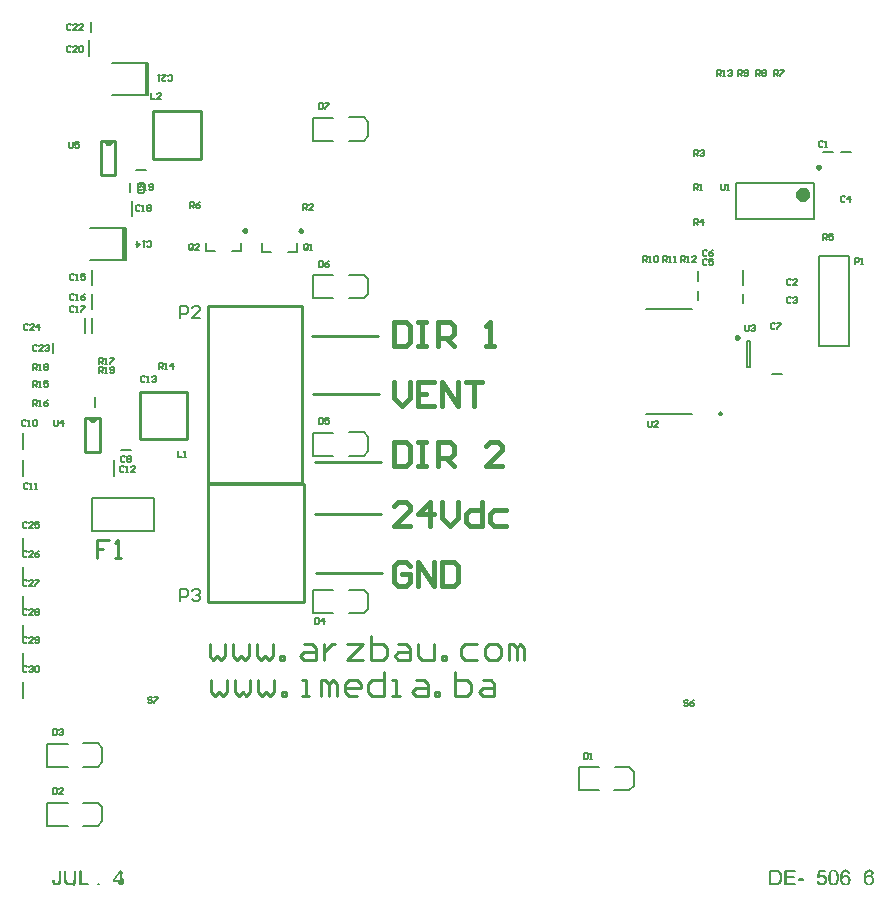
<source format=gto>
%FSDAX24Y24*%
%MOIN*%
%SFA1B1*%

%IPPOS*%
%ADD26C,0.010000*%
%ADD83C,0.009800*%
%ADD84C,0.023600*%
%ADD85C,0.007900*%
%ADD86C,0.005000*%
%ADD87C,0.015000*%
%LNde-250624-1*%
%LPD*%
G54D86*
X037016Y010864D02*
X036818D01*
X036799Y010692*
X036817Y010672*
X036828Y010683*
X036829Y010683*
X036832Y010686*
X036836Y010687*
X036842Y010691*
X036851Y010695*
X036863Y010700*
X036878Y010705*
X036893Y010708*
X036900Y010710*
X036914*
X036914Y010709*
X036919Y010708*
X036927Y010707*
X036933Y010706*
X036939Y010704*
X036955Y010700*
X036962Y010697*
X036971Y010692*
X036979Y010688*
X036987Y010683*
X036993Y010678*
X037002Y010670*
X037002Y010670*
X037003Y010669*
X037003Y010669*
X037009Y010661*
X037013Y010656*
X037016Y010650*
X037019Y010645*
X037023Y010638*
X037027Y010629*
X037030Y010620*
X037034Y010611*
X037036Y010602*
X037038Y010592*
X037039Y010581*
X037040Y010569*
X037040Y010570*
Y010568*
Y010564*
X037039Y010561*
X037039Y010556*
X037038Y010552*
X037036Y010543*
X037035Y010534*
X037032Y010519*
X037024Y010501*
X037021Y010493*
X037016Y010484*
X037011Y010475*
X037018Y010476*
X037007Y010475*
X037002Y010464*
X037002Y010464*
X036999Y010461*
X036994Y010457*
X036988Y010452*
X036983Y010448*
X036975Y010442*
X036968Y010437*
X036959Y010433*
X036949Y010428*
X036939Y010424*
X036929Y010421*
X036917Y010418*
X036905Y010416*
X036891Y010416*
X036885Y010416*
X036877Y010418*
X036869*
X036864Y010418*
X036858Y010420*
X036841Y010424*
X036825Y010430*
X036817Y010434*
X036810Y010438*
X036801Y010443*
X036802Y010436*
X036801Y010446*
X036797Y010448*
X036797Y010450*
X036786Y010456*
X036786Y010457*
X036782Y010463*
X036778Y010470*
X036774Y010475*
X036771Y010481*
X036764Y010498*
X036758Y010515*
X036756Y010524*
X036759Y010509*
X036764Y010523*
X036770Y010536*
X036771Y010529*
X036768Y010538*
X036772Y010522*
X036774Y010514*
X036778Y010502*
X036782Y010489*
X036790Y010474*
X036799Y010460*
X036812Y010445*
X036815Y010444*
X036816Y010443*
X036824Y010436*
X036835Y010431*
X036845Y010426*
X036858Y010422*
X036874Y010418*
X036891Y010417*
X036901*
X036905Y010418*
X036912Y010419*
X036925Y010422*
X036939Y010426*
X036955Y010434*
X036971Y010445*
X036978Y010451*
X036985Y010458*
X036977Y010455*
X036989Y010460*
X036993Y010467*
X036993Y010468*
X036999Y010476*
X037006Y010488*
X037012Y010503*
X037018Y010521*
X037022Y010541*
X037024Y010553*
Y010565*
Y010566*
Y010568*
Y010571*
Y010574*
Y010581*
X037022Y010588*
X037020Y010600*
X037015Y010616*
X037009Y010633*
X037001Y010649*
X036986Y010668*
X036982Y010670*
X036980Y010672*
X036972Y010679*
X036961Y010686*
X036947Y010693*
X036930Y010699*
X036913Y010702*
X036902Y010705*
X036883*
X036876Y010703*
X036868Y010702*
X036858Y010700*
X036848Y010697*
X036836Y010693*
X036822Y010686*
X036822Y010686*
X036819Y010685*
X036814Y010680*
X036809Y010678*
X036799Y010669*
X036792Y010661*
X036784Y010652*
X036787Y010656*
X036770Y010659*
X036810Y010873*
X037016*
Y010864*
X036780Y010470D02*
Y010480D01*
Y010670D02*
Y010710D01*
X036830Y010440D02*
Y010430D01*
Y010870D02*
D01*
X036880Y010710D02*
Y010700D01*
Y010870D02*
D01*
X036930Y010430D02*
Y010420D01*
Y010710D02*
Y010700D01*
Y010870D02*
D01*
X036980Y010460D02*
Y010450D01*
Y010680D02*
D01*
Y010870D02*
D01*
X037030Y010540D02*
Y010600D01*
X037701Y010881D02*
X037704Y010881D01*
X037710Y010880*
X037722Y010877*
X037737Y010874*
X037749Y010870*
X037763Y010862*
X037769Y010858*
X037774Y010854*
X037783Y010850*
X037775Y010853*
X037775Y010853*
X037780Y010848*
X037782Y010846*
X037783Y010845*
X037791Y010834*
X037797Y010824*
X037803Y010811*
X037808Y010795*
X037806Y010803*
X037803Y010789*
X037802Y010785*
X037797Y010790*
X037798Y010788*
X037795Y010796*
X037792Y010805*
X037789Y010814*
X037784Y010825*
X037777Y010835*
X037768Y010848*
X037764Y010850*
X037763Y010851*
X037757Y010856*
X037748Y010863*
X037736Y010869*
X037722Y010874*
X037707Y010878*
X037691Y010881*
X037682*
X037673Y010879*
X037665Y010877*
X037657Y010875*
X037647Y010871*
X037634Y010867*
X037621Y010858*
X037614Y010853*
X037608Y010846*
X037602Y010839*
X037593Y010830*
X037584Y010817*
X037575Y010802*
X037567Y010781*
X037568Y010787*
X037569Y010788*
X037565Y010781*
X037563Y010775*
X037562Y010768*
X037559Y010758*
X037558Y010752*
X037555Y010744*
X037554Y010733*
X037553Y010722*
X037552Y010713*
X037550Y010700*
Y010687*
X037549Y010673*
Y010599*
X037593Y010644*
X037597Y010649*
X037602Y010654*
X037607Y010661*
X037614Y010669*
X037622Y010675*
X037630Y010682*
X037629Y010684*
X037629Y010684*
X037644Y010690*
X037649Y010692*
X037656Y010695*
X037664Y010697*
X037676Y010699*
X037686Y010702*
X037696*
X037702*
X037707Y010701*
X037714Y010700*
X037719Y010699*
X037724Y010697*
X037742Y010692*
X037747Y010690*
X037754Y010686*
X037762Y010681*
X037769Y010677*
X037776Y010670*
X037793Y010659*
X037784Y010663*
X037783Y010664*
X037787Y010660*
X037791Y010653*
X037795Y010648*
X037798Y010644*
X037801Y010637*
X037805Y010629*
X037808Y010623*
X037812Y010614*
X037814Y010606*
X037816Y010595*
X037819Y010584*
X037820Y010574*
X037821Y010561*
X037821Y010561*
Y010559*
Y010558*
X037820Y010554*
Y010549*
X037818Y010539*
X037816Y010526*
X037812Y010512*
X037808Y010499*
X037801Y010480*
X037813Y010489*
X037798Y010477*
X037801Y010484*
X037800Y010483*
X037795Y010474*
X037790Y010467*
X037782Y010457*
X037775Y010448*
X037765Y010440*
X037767Y010438*
X037768Y010437*
X037758Y010433*
X037764Y010436*
X037753Y010432*
X037745Y010428*
X037736Y010425*
X037726Y010422*
X037713Y010419*
X037700Y010416*
X037686Y010416*
X037687*
X037683Y010416*
X037676Y010416*
X037670Y010417*
X037664Y010418*
X037657Y010420*
X037648Y010423*
X037639Y010425*
X037631Y010428*
X037622Y010431*
X037614Y010436*
X037604Y010442*
X037595Y010448*
X037587Y010455*
X037579Y010465*
X037580Y010463*
X037579Y010465*
X037577Y010468*
X037575Y010470*
X037570Y010478*
X037567Y010484*
X037564Y010491*
X037560Y010502*
X037555Y010514*
X037551Y010525*
X037548Y010538*
X037544Y010556*
X037540Y010573*
X037538Y010591*
X037537Y010613*
X037536Y010636*
X037537Y010636*
Y010637*
Y010639*
X037538Y010647*
Y010660*
Y010669*
X037539Y010682*
X037540Y010696*
X037543Y010713*
X037545Y010729*
X037549Y010746*
X037553Y010763*
X037558Y010778*
X037564Y010794*
X037570Y010809*
X037577Y010821*
X037584Y010831*
X037587Y010834*
X037586Y010832*
X037588Y010834*
X037593Y010841*
X037595Y010843*
X037600Y010847*
X037606Y010851*
X037613Y010856*
X037620Y010861*
X037629Y010865*
X037639Y010870*
X037649Y010874*
X037657Y010877*
X037668Y010879*
X037681Y010881*
X037693Y010882*
X037701Y010881*
X037560Y010500D02*
Y010610D01*
Y010790D02*
D01*
X037610Y010450D02*
Y010670D01*
X037660Y010430D02*
Y010690D01*
X037710Y010430D02*
Y010690D01*
X037760Y010450D02*
Y010670D01*
Y010860D02*
Y010850D01*
X037810Y010530D02*
Y010600D01*
X036263Y010577D02*
X036121D01*
Y010589*
X036263*
Y010577*
X035356Y010879D02*
X035370Y010878D01*
X035382Y010877*
X035396Y010874*
X035410Y010872*
X035403Y010872*
X035404Y010871*
X035412*
X035411Y010871*
X035420Y010869*
X035429Y010865*
X035438Y010861*
X035451Y010854*
X035461Y010849*
X035470Y010842*
X035466Y010850*
X035471Y010840*
X035474Y010837*
X035477Y010835*
X035482Y010831*
X035489Y010821*
X035498Y010810*
X035508Y010796*
X035516Y010782*
X035519Y010778*
X035522Y010774*
X035524Y010766*
X035524Y010766*
Y010758*
X035528Y010751*
X035528Y010747*
X035530Y010741*
X035532Y010733*
X035534Y010727*
X035535Y010718*
X035539Y010698*
X035541Y010677*
X035542Y010653*
X035542Y010652*
Y010649*
Y010645*
X035541Y010642*
X035541Y010634*
Y010622*
X035538Y010607*
X035536Y010590*
X035533Y010575*
X035529Y010561*
X035528Y010555*
X035527Y010552*
X035524Y010545*
X035520Y010536*
X035516Y010525*
X035511Y010515*
X035503Y010502*
X035499Y010494*
X035499Y010494*
X035495Y010489*
X035492Y010485*
X035486Y010480*
X035480Y010472*
X035472Y010466*
X035466Y010459*
X035459Y010454*
X035456Y010452*
X035455Y010452*
X035451Y010450*
X035444Y010446*
X035436Y010442*
X035427Y010439*
X035418Y010435*
X035415Y010434*
X035392Y010426*
X035403Y010432*
X035393Y010430*
X035385Y010428*
X035374Y010427*
X035362Y010426*
X035347*
X035331Y010425*
X035175*
Y010879*
X035344*
X035356*
X035190Y010430D02*
Y010880D01*
X035240Y010430D02*
Y010880D01*
X035290Y010430D02*
Y010880D01*
X035340Y010440D02*
Y010880D01*
X035390Y010440D02*
Y010880D01*
X035440Y010460D02*
Y010850D01*
X035490Y010500D02*
Y010810D01*
X037297Y010881D02*
X037305Y010879D01*
X037316Y010877*
X037327Y010874*
X037337Y010872*
X037352Y010866*
X037346Y010867*
X037349Y010866*
X037355Y010862*
X037360Y010858*
X037367Y010852*
X037374Y010845*
X037381Y010837*
X037389Y010825*
X037393Y010819*
X037397Y010811*
X037401Y010800*
X037407Y010788*
X037412Y010775*
X037416Y010763*
Y010759*
X037418Y010754*
X037418Y010752*
X037419Y010744*
X037421Y010736*
X037421Y010733*
X037423Y010725*
X037424Y010717*
Y010706*
X037426Y010696*
Y010687*
Y010675*
X037427Y010661*
Y010649*
Y010648*
Y010645*
Y010640*
Y010635*
X037426Y010627*
Y010617*
Y010609*
X037425Y010600*
X037423Y010577*
X037419Y010554*
X037415Y010532*
X037413Y010523*
X037408Y010509*
X037409Y010516*
X037410Y010516*
X037406Y010506*
X037406Y010503*
X037402Y010496*
X037396Y010485*
X037390Y010473*
X037382Y010460*
X037373Y010449*
X037376Y010447*
X037373Y010451*
X037359Y010436*
X037361Y010438*
X037352Y010434*
X037350Y010431*
X037344Y010429*
X037332Y010424*
X037319Y010420*
X037303Y010417*
X037285Y010416*
X037279Y010416*
X037273Y010417*
X037266Y010418*
X037260Y010420*
X037251Y010422*
X037243Y010424*
X037235Y010427*
X037227Y010430*
X037220Y010434*
X037212Y010439*
X037204Y010445*
X037197Y010451*
X037197Y010447*
X037197Y010453*
X037190Y010460*
X037189Y010463*
X037185Y010467*
X037183Y010471*
X037179Y010481*
X037174Y010491*
X037170Y010501*
X037166Y010513*
X037163Y010527*
X037158Y010543*
X037155Y010561*
X037151Y010580*
X037149Y010601*
X037148Y010624*
Y010649*
Y010652*
Y010657*
Y010663*
Y010671*
Y010678*
X037148Y010686*
X037149Y010697*
X037151Y010719*
X037155Y010742*
X037159Y010765*
X037162Y010775*
X037165Y010789*
X037164Y010782*
X037163Y010781*
X037166Y010790*
X037168Y010793*
X037170Y010798*
X037177Y010812*
X037183Y010823*
X037192Y010836*
X037200Y010847*
X037212Y010858*
X037214Y010860*
X037212Y010858*
X037213Y010858*
X037221Y010864*
X037221Y010863*
X037231Y010869*
X037242Y010873*
X037255Y010877*
X037271Y010880*
X037288Y010882*
X037292*
X037297Y010881*
X037170Y010500D02*
Y010800D01*
X037220Y010440D02*
Y010860D01*
X037270Y010430D02*
Y010880D01*
X037320Y010430D02*
Y010880D01*
X037370Y010470D02*
Y010840D01*
X037420Y010600D02*
Y010700D01*
X036000Y010870D02*
X035702D01*
Y010666*
X035981*
Y010656*
X035702*
Y010435*
X036011*
Y010425*
X035685*
Y010879*
X036000*
Y010870*
X035700Y010430D02*
Y010420D01*
Y010670D02*
Y010660D01*
Y010880D02*
D01*
X035750Y010430D02*
Y010420D01*
Y010670D02*
Y010660D01*
Y010880D02*
D01*
X035800Y010430D02*
Y010420D01*
Y010670D02*
Y010660D01*
Y010880D02*
D01*
X035850Y010430D02*
Y010420D01*
Y010670D02*
Y010660D01*
Y010880D02*
D01*
X035900Y010430D02*
Y010420D01*
Y010670D02*
Y010660D01*
Y010880D02*
D01*
X035950Y010430D02*
Y010420D01*
Y010670D02*
Y010660D01*
Y010880D02*
D01*
X036000Y010430D02*
Y010420D01*
X013534Y010553D02*
X013602D01*
Y010546*
X013534*
Y010425*
X013522*
Y010546*
X013302*
Y010570*
X013520Y010879*
X013534*
Y010553*
G54D26*
X013484Y010503D02*
X013552D01*
Y010596*
X013484*
Y010475*
X013572*
Y010596*
X013352*
Y010554*
X013546Y010829*
X013484*
Y010503*
X013400Y010620D02*
Y010610D01*
X013500Y010480D02*
Y010590D01*
Y010780D02*
Y010830D01*
G54D86*
X011504Y010560D02*
Y010557D01*
Y010555*
X011503Y010544*
Y010539*
X011502Y010526*
X011501Y010511*
X011498Y010498*
X011494Y010484*
X011488Y010465*
X011500Y010475*
X011485Y010462*
X011487Y010466*
X011485Y010463*
X011481Y010457*
X011475Y010451*
X011468Y010444*
X011460Y010436*
X011462Y010435*
X011462Y010435*
X011447Y010429*
X011442Y010427*
X011434Y010424*
X011423Y010421*
X011413Y010418*
X011400Y010416*
X011386Y010416*
X011382Y010416*
X011372Y010418*
X011366*
X011355Y010420*
X011340Y010424*
X011326Y010429*
X011321Y010433*
X011314Y010437*
X011307Y010442*
X011301Y010447*
X011305Y010439*
X011298Y010454*
X011301Y010449*
X011298Y010452*
X011295Y010457*
X011293Y010462*
X011290Y010467*
X011288Y010472*
X011285Y010481*
X011282Y010489*
X011280Y010498*
X011278Y010508*
X011276Y010519*
X011276Y010529*
Y010520*
X011281Y010535*
X011287Y010550*
Y010549*
Y010543*
X011288Y010538*
Y010537*
Y010528*
X011291Y010515*
X011293Y010500*
X011298Y010484*
X011304Y010472*
X011307Y010464*
X011314Y010455*
X011318Y010451*
X011322Y010448*
X011326Y010445*
X011334Y010440*
X011345Y010434*
X011356Y010431*
X011370Y010427*
X011384Y010426*
X011394*
X011398Y010427*
X011406*
X011413Y010429*
X011421Y010430*
X011433Y010435*
X011445Y010441*
X011445Y010442*
X011447Y010443*
X011452Y010448*
X011457Y010451*
X011463Y010459*
X011468Y010465*
X011474Y010474*
X011478Y010488*
X011478Y010485*
X011480Y010490*
X011481Y010497*
X011482Y010504*
X011484Y010512*
X011485Y010525*
X011487Y010540*
Y010557*
Y010879*
X011504*
Y010560*
X011300Y010460D02*
D01*
X011350Y010430D02*
Y010420D01*
X011400Y010430D02*
Y010420D01*
X011450Y010450D02*
Y010440D01*
X012791Y010425D02*
X012770D01*
Y010446*
X012791*
Y010425*
X012187Y010435D02*
X012435D01*
Y010425*
X012169*
Y010879*
X012187*
Y010435*
X012190Y010430D02*
Y010420D01*
X012240Y010430D02*
Y010420D01*
X012290Y010430D02*
Y010420D01*
X012340Y010430D02*
Y010420D01*
X012390Y010430D02*
Y010420D01*
X038484Y010881D02*
X038488Y010881D01*
X038494Y010880*
X038507Y010877*
X038521Y010874*
X038533Y010870*
X038547Y010862*
X038553Y010858*
X038552Y010865*
X038564Y010856*
X038550Y010866*
X038559Y010853*
X038564Y010848*
X038566Y010846*
X038567Y010845*
X038575Y010834*
X038581Y010824*
X038587Y010810*
X038593Y010795*
X038592Y010803*
X038588Y010789*
X038585Y010777*
X038584Y010780*
X038583Y010788*
X038580Y010796*
X038577Y010805*
X038573Y010815*
X038567Y010826*
X038561Y010835*
X038555Y010845*
X038552Y010847*
X038548Y010851*
X038541Y010857*
X038531Y010863*
X038520Y010869*
X038507Y010874*
X038491Y010878*
X038475Y010881*
X038466*
X038456Y010879*
X038450Y010877*
X038441Y010875*
X038431Y010871*
X038419Y010867*
X038408Y010859*
X038405Y010857*
X038399Y010852*
X038394Y010847*
X038386Y010839*
X038378Y010829*
X038369Y010818*
X038359Y010802*
X038351Y010781*
X038352Y010787*
X038349Y010784*
Y010779*
X038348Y010778*
X038346Y010768*
X038345Y010763*
X038344Y010759*
X038342Y010752*
X038340Y010744*
X038338Y010734*
X038337Y010722*
X038336Y010712*
X038335Y010700*
X038334Y010689*
X038333Y010673*
Y010599*
X038377Y010644*
X038381Y010649*
X038385Y010654*
X038392Y010661*
X038399Y010669*
X038405Y010675*
X038415Y010682*
X038413Y010684*
X038413Y010686*
X038419Y010687*
X038429Y010690*
X038434Y010692*
X038440Y010695*
X038449Y010697*
X038460Y010699*
X038470Y010702*
X038481*
X038487*
X038492Y010701*
X038498Y010700*
X038503Y010699*
X038508Y010697*
X038526Y010692*
X038532Y010690*
X038539Y010686*
X038546Y010681*
X038554Y010677*
X038560Y010670*
X038569Y010662*
X038571Y010661*
X038572Y010659*
X038575Y010654*
X038578Y010649*
X038582Y010644*
X038586Y010636*
X038590Y010629*
X038592Y010624*
X038596Y010613*
X038599Y010605*
X038601Y010596*
X038603Y010584*
X038605Y010574*
Y010563*
Y010561*
Y010559*
Y010555*
Y010551*
Y010550*
X038602Y010539*
X038600Y010526*
X038596Y010512*
X038592Y010499*
X038585Y010480*
X038597Y010489*
X038582Y010477*
X038585Y010484*
X038584Y010483*
X038579Y010473*
X038574Y010466*
X038567Y010458*
X038559Y010449*
X038549Y010440*
X038551Y010438*
X038550Y010440*
X038537Y010432*
X038537Y010432*
X038529Y010428*
X038521Y010425*
X038510Y010422*
X038497Y010419*
X038484Y010416*
X038470Y010416*
X038467Y010416*
X038461Y010416*
X038455Y010417*
X038448Y010418*
X038442Y010420*
X038433Y010423*
X038423Y010425*
X038414Y010428*
X038406Y010431*
X038398Y010436*
X038389Y010442*
X038380Y010448*
X038372Y010456*
X038362Y010465*
X038364Y010463*
X038364Y010463*
X038362Y010467*
X038359Y010471*
X038355Y010478*
X038352Y010484*
X038348Y010492*
X038343Y010503*
X038339Y010513*
X038336Y010525*
X038332Y010540*
X038328Y010555*
X038325Y010573*
X038323Y010592*
X038321Y010613*
X038320Y010636*
X038321Y010636*
Y010637*
Y010639*
X038322Y010647*
Y010658*
X038322Y010668*
X038323Y010682*
X038325Y010696*
X038327Y010713*
X038330Y010729*
X038333Y010746*
X038338Y010763*
X038342Y010778*
X038349Y010794*
X038355Y010809*
X038362Y010821*
X038369Y010831*
X038371Y010834*
X038370Y010833*
X038372Y010834*
X038377Y010841*
X038379Y010843*
X038383Y010846*
X038390Y010851*
X038398Y010856*
X038406Y010861*
X038413Y010865*
X038423Y010870*
X038433Y010874*
X038441Y010877*
X038452Y010879*
X038465Y010881*
X038478Y010882*
X038480*
X038484Y010881*
X038340Y010510D02*
Y010600D01*
Y010770D02*
Y010780D01*
X038390Y010450D02*
Y010660D01*
Y010860D02*
Y010850D01*
X038440Y010430D02*
Y010690D01*
X038490Y010430D02*
Y010690D01*
X038540Y010450D02*
Y010680D01*
Y010870D02*
Y010860D01*
X038590Y010520D02*
Y010610D01*
X012011Y010613D02*
Y010612D01*
Y010609*
Y010606*
Y010602*
X012010Y010596*
Y010588*
X012009Y010579*
Y010570*
X012006Y010552*
X012004Y010533*
X011999Y010515*
X011997Y010507*
X011993Y010494*
X011993Y010490*
X011995Y010497*
X011963Y010409*
X011992Y010494*
X011988Y010489*
X011983Y010479*
X011975Y010469*
X011966Y010459*
X011956Y010449*
X011956Y010446*
X011962Y010461*
X011942Y010442*
X011943*
X011934Y010436*
X011930Y010434*
X011922Y010431*
X011915Y010428*
X011908Y010425*
X011902Y010424*
X011893Y010422*
X011882Y010420*
X011872Y010418*
X011862Y010417*
X011837Y010416*
X011827Y010417*
X011822*
X011815Y010418*
X011806*
X011800Y010418*
X011783Y010421*
X011766Y010425*
X011749Y010430*
X011736Y010436*
X011734Y010437*
X011729Y010440*
X011723Y010445*
X011714Y010452*
X011704Y010462*
X011695Y010470*
X011687Y010482*
X011685Y010484*
X011683Y010487*
X011682Y010491*
X011680Y010499*
X011678Y010503*
X011678Y010505*
X011675Y010512*
X011674Y010517*
X011673Y010524*
X011671Y010533*
X011669Y010541*
X011668Y010551*
X011666Y010562*
X011665Y010573*
X011664Y010585*
X011664Y010598*
Y010613*
Y010879*
X011681*
Y010613*
Y010612*
Y010610*
Y010606*
Y010599*
X011682Y010594*
Y010589*
X011683Y010574*
X011684Y010557*
X011686Y010539*
X011689Y010523*
X011692Y010514*
X011694Y010506*
X011698Y010497*
X011702Y010492*
X011706Y010485*
X011713Y010474*
X011723Y010465*
X011733Y010454*
X011744Y010448*
X011746Y010447*
X011753Y010443*
X011762Y010439*
X011772Y010437*
X011783Y010432*
X011798Y010430*
X011814Y010427*
X011832*
X011840*
X011844*
X011853*
X011861Y010428*
X011877Y010431*
X011897Y010435*
X011917Y010442*
X011936Y010452*
X011947Y010459*
X011942Y010459*
X011948Y010459*
X011959Y010471*
X011960Y010473*
X011963Y010477*
X011965Y010482*
X011969Y010486*
X011974Y010496*
X011976Y010505*
X011979Y010512*
X011983Y010523*
X011985Y010535*
X011988Y010548*
X011990Y010563*
X011991Y010577*
X011994Y010594*
Y010613*
Y010879*
X012011*
Y010613*
X011680Y010500D02*
Y010550D01*
X011730Y010450D02*
Y010440D01*
X011780Y010430D02*
Y010420D01*
X011830Y010430D02*
Y010420D01*
X011880Y010430D02*
D01*
X011930Y010450D02*
Y010440D01*
X011980Y010470D02*
Y010460D01*
Y010500D02*
Y010520D01*
%LNde-250624-2*%
%LPC*%
G36*
X037684Y010673D02*
X037680D01*
X037677Y010672*
X037669Y010671*
X037659Y010669*
X037648Y010665*
X037636Y010660*
X037624Y010652*
X037613Y010642*
X037611Y010641*
X037608Y010637*
X037603Y010630*
X037598Y010621*
X037593Y010610*
X037588Y010596*
X037585Y010581*
X037583Y010563*
Y010562*
Y010558*
X037584Y010552*
X037585Y010544*
X037586Y010534*
X037589Y010524*
X037592Y010513*
X037597Y010502*
Y010501*
X037599Y010497*
X037602Y010492*
X037607Y010485*
X037612Y010479*
X037618Y010471*
X037626Y010464*
X037634Y010458*
X037636Y010457*
X037639Y010455*
X037644Y010452*
X037650Y010450*
X037658Y010447*
X037667Y010444*
X037676Y010443*
X037686Y010442*
X037690*
X037693Y010443*
X037700Y010444*
X037710Y010446*
X037720Y010450*
X037731Y010455*
X037743Y010463*
X037749Y010468*
X037754Y010474*
X037755Y010475*
X037758Y010479*
X037763Y010487*
X037769Y010496*
X037774Y010509*
X037778Y010523*
X037781Y010540*
X037782Y010560*
Y010562*
Y010565*
Y010568*
Y010573*
X037781Y010578*
X037779Y010590*
X037776Y010603*
X037771Y010617*
X037763Y010630*
X037754Y010642*
X037753Y010643*
X037749Y010647*
X037743Y010652*
X037735Y010657*
X037725Y010663*
X037713Y010668*
X037699Y010671*
X037684Y010673*
G37*
G36*
X035334Y010845D02*
X035217D01*
Y010460*
X035337*
X035342Y010461*
X035353*
X035365Y010462*
X035378Y010463*
X035391Y010466*
X035402Y010469*
X035404*
X035407Y010470*
X035412Y010472*
X035419Y010475*
X035426Y010479*
X035434Y010484*
X035441Y010489*
X035448Y010495*
X035449Y010496*
X035452Y010499*
X035456Y010504*
X035461Y010512*
X035467Y010521*
X035474Y010532*
X035480Y010544*
X035485Y010558*
Y010559*
Y010560*
X035486Y010563*
X035487Y010565*
X035488Y010569*
X035489Y010574*
X035490Y010579*
X035492Y010585*
X035494Y010600*
X035496Y010617*
X035498Y010635*
Y010656*
Y010657*
Y010660*
Y010663*
Y010669*
Y010676*
X035497Y010683*
X035496Y010692*
Y010700*
X035492Y010720*
X035488Y010740*
X035481Y010759*
X035477Y010769*
X035472Y010777*
Y010778*
X035471Y010779*
X035469Y010781*
X035468Y010784*
X035462Y010791*
X035455Y010800*
X035445Y010810*
X035434Y010819*
X035422Y010827*
X035409Y010834*
X035407*
X035404Y010835*
X035397Y010837*
X035388Y010840*
X035376Y010841*
X035361Y010843*
X035353Y010844*
X035343*
X035334Y010845*
G37*
G36*
X037287Y010856D02*
X037282D01*
X037279Y010855*
X037271Y010853*
X037262Y010851*
X037251Y010847*
X037239Y010840*
X037233Y010836*
X037228Y010832*
X037223Y010826*
X037217Y010819*
Y010818*
X037216Y010817*
X037215Y010814*
X037212Y010810*
X037210Y010805*
X037207Y010798*
X037205Y010790*
X037202Y010781*
X037199Y010770*
X037196Y010757*
X037193Y010743*
X037191Y010728*
X037189Y010711*
X037188Y010692*
X037187Y010671*
X037186Y010649*
Y010647*
Y010643*
Y010637*
X037187Y010628*
Y010619*
X037188Y010607*
Y010595*
X037190Y010582*
X037193Y010553*
X037196Y010539*
X037198Y010526*
X037201Y010514*
X037206Y010502*
X037210Y010492*
X037215Y010483*
Y010482*
X037217*
X037220Y010477*
X037227Y010470*
X037235Y010463*
X037246Y010455*
X037258Y010449*
X037272Y010444*
X037279Y010443*
X037287Y010442*
X037292*
X037295Y010443*
X037302Y010444*
X037312Y010447*
X037323Y010452*
X037336Y010460*
X037341Y010464*
X037347Y010470*
X037353Y010476*
X037359Y010483*
Y010484*
X037360Y010485*
X037362Y010487*
X037363Y010491*
X037366Y010496*
X037368Y010503*
X037371Y010510*
X037374Y010519*
X037376Y010530*
X037379Y010541*
X037382Y010555*
X037384Y010570*
X037386Y010587*
X037387Y010606*
X037389Y010626*
Y010649*
Y010650*
Y010654*
Y010660*
X037388Y010669*
Y010678*
X037387Y010690*
Y010703*
X037385Y010716*
X037381Y010744*
X037379Y010758*
X037376Y010771*
X037373Y010783*
X037369Y010795*
X037365Y010805*
X037360Y010814*
Y010815*
X037358Y010816*
X037357Y010818*
X037355Y010821*
X037348Y010827*
X037340Y010835*
X037329Y010842*
X037317Y010849*
X037310Y010852*
X037303Y010854*
X037295Y010855*
X037287Y010856*
G37*
G36*
X013497Y010804D02*
X013338Y010578D01*
X013497*
Y010804*
G37*
G36*
X038468Y010673D02*
X038464D01*
X038461Y010672*
X038454Y010671*
X038444Y010669*
X038433Y010665*
X038420Y010660*
X038409Y010652*
X038397Y010642*
X038396Y010641*
X038393Y010637*
X038387Y010630*
X038382Y010621*
X038377Y010610*
X038372Y010596*
X038369Y010581*
X038368Y010563*
Y010562*
Y010558*
X038369Y010552*
Y010544*
X038371Y010534*
X038374Y010524*
X038377Y010513*
X038381Y010502*
X038382Y010501*
X038384Y010497*
X038387Y010492*
X038391Y010485*
X038396Y010479*
X038403Y010471*
X038410Y010464*
X038419Y010458*
X038420Y010457*
X038423Y010455*
X038428Y010452*
X038435Y010450*
X038442Y010447*
X038451Y010444*
X038460Y010443*
X038471Y010442*
X038474*
X038477Y010443*
X038484Y010444*
X038494Y010446*
X038504Y010450*
X038516Y010455*
X038527Y010463*
X038533Y010468*
X038538Y010474*
X038540Y010475*
X038543Y010479*
X038547Y010487*
X038553Y010496*
X038558Y010509*
X038562Y010523*
X038565Y010540*
X038567Y010560*
Y010562*
Y010565*
X038566Y010568*
Y010573*
X038565Y010578*
X038563Y010590*
X038560Y010603*
X038555Y010617*
X038548Y010630*
X038538Y010642*
X038537Y010643*
X038533Y010647*
X038527Y010652*
X038519Y010657*
X038509Y010663*
X038498Y010668*
X038484Y010671*
X038468Y010673*
G37*
%LNde-250624-3*%
%LPD*%
G54D26*
X013018Y035187D02*
D01*
X013018Y035180*
X013018Y035174*
X013020Y035167*
X013021Y035161*
X013023Y035155*
X013026Y035149*
X013028Y035143*
X013032Y035137*
X013035Y035132*
X013039Y035127*
X013044Y035122*
X013048Y035117*
X013053Y035113*
X013058Y035109*
X013064Y035106*
X013070Y035103*
X013076Y035100*
X013082Y035098*
X013088Y035096*
X013094Y035095*
X013101Y035094*
X013107Y035094*
X013114*
X013120Y035094*
X013127Y035095*
X013133Y035096*
X013139Y035098*
X013145Y035100*
X013151Y035103*
X013157Y035106*
X013163Y035109*
X013168Y035113*
X013173Y035117*
X013177Y035122*
X013182Y035127*
X013186Y035132*
X013189Y035137*
X013193Y035143*
X013195Y035149*
X013198Y035155*
X013200Y035161*
X013201Y035167*
X013203Y035174*
X013203Y035180*
X013205Y035187*
X012495Y025961D02*
D01*
X012495Y025954*
X012495Y025948*
X012497Y025941*
X012498Y025935*
X012500Y025929*
X012503Y025923*
X012505Y025917*
X012509Y025911*
X012512Y025906*
X012516Y025901*
X012521Y025896*
X012525Y025891*
X012530Y025887*
X012535Y025883*
X012541Y025880*
X012547Y025877*
X012553Y025874*
X012559Y025872*
X012565Y025870*
X012571Y025869*
X012578Y025868*
X012584Y025868*
X012591*
X012597Y025868*
X012604Y025869*
X012610Y025870*
X012616Y025872*
X012622Y025874*
X012628Y025877*
X012634Y025880*
X012640Y025883*
X012645Y025887*
X012650Y025891*
X012654Y025896*
X012659Y025901*
X012663Y025906*
X012666Y025911*
X012670Y025917*
X012672Y025923*
X012675Y025929*
X012677Y025935*
X012678Y025941*
X012680Y025948*
X012680Y025954*
X012682Y025961*
X016187Y034613D02*
Y036187D01*
X014613Y034613D02*
Y036187D01*
X014620Y036190D02*
X016190D01*
X014630Y034600D02*
X016180D01*
X013350Y034065D02*
Y035187D01*
X012870Y034065D02*
X013350D01*
X012870D02*
Y035187D01*
X013205*
X013018D02*
X013350D01*
X015737Y025263D02*
Y026837D01*
X014163Y025263D02*
Y026837D01*
X014170Y026840D02*
X015740D01*
X014180Y025250D02*
X015730D01*
X012826Y024839D02*
Y025961D01*
X012346Y024839D02*
X012826D01*
X012346D02*
Y025961D01*
X012682*
X012495D02*
X012826D01*
X019625Y019832D02*
Y023768D01*
X016425D02*
X019625D01*
X016425Y019832D02*
X019625D01*
X016425D02*
Y023768D01*
Y023797D02*
Y029703D01*
X019575Y023797D02*
Y029703D01*
X016425D02*
X019575D01*
X016425Y023797D02*
X019575D01*
X019900Y028700D02*
X022100D01*
X019950Y026750D02*
X022150D01*
X020000Y024500D02*
X022200D01*
X020000Y022750D02*
X022200D01*
X020050Y020800D02*
X022250D01*
X013150Y021900D02*
X012750D01*
Y021600*
X012950*
X012750*
Y021300*
X013350D02*
X013550D01*
X013450*
Y021900*
X013350Y021800*
X016487Y018425D02*
Y018031D01*
X016618Y017900*
X016750Y018031*
X016881Y017900*
X017012Y018031*
Y018425*
X017274D02*
Y018031D01*
X017405Y017900*
X017537Y018031*
X017668Y017900*
X017799Y018031*
Y018425*
X018061D02*
Y018031D01*
X018193Y017900*
X018324Y018031*
X018455Y017900*
X018586Y018031*
Y018425*
X018849Y017900D02*
Y018031D01*
X018980*
Y017900*
X018849*
X019636Y018425D02*
X019898D01*
X020029Y018294*
Y017900*
X019636*
X019505Y018031*
X019636Y018162*
X020029*
X020292Y018425D02*
Y017900D01*
Y018162*
X020423Y018294*
X020554Y018425*
X020685*
X021079D02*
X021604D01*
X021079Y017900*
X021604*
X021866Y018687D02*
Y017900D01*
X022260*
X022391Y018031*
Y018162*
Y018294*
X022260Y018425*
X021866*
X022784D02*
X023047D01*
X023178Y018294*
Y017900*
X022784*
X022653Y018031*
X022784Y018162*
X023178*
X023440Y018425D02*
Y018031D01*
X023571Y017900*
X023965*
Y018425*
X024227Y017900D02*
Y018031D01*
X024359*
Y017900*
X024227*
X025408Y018425D02*
X025015D01*
X024883Y018294*
Y018031*
X025015Y017900*
X025408*
X025802D02*
X026064D01*
X026195Y018031*
Y018294*
X026064Y018425*
X025802*
X025671Y018294*
Y018031*
X025802Y017900*
X026458D02*
Y018425D01*
X026589*
X026720Y018294*
Y017900*
Y018294*
X026851Y018425*
X026982Y018294*
Y017900*
X016537Y017225D02*
Y016831D01*
X016668Y016700*
X016800Y016831*
X016931Y016700*
X017062Y016831*
Y017225*
X017324D02*
Y016831D01*
X017455Y016700*
X017587Y016831*
X017718Y016700*
X017849Y016831*
Y017225*
X018111D02*
Y016831D01*
X018243Y016700*
X018374Y016831*
X018505Y016700*
X018636Y016831*
Y017225*
X018899Y016700D02*
Y016831D01*
X019030*
Y016700*
X018899*
X019555D02*
X019817D01*
X019686*
Y017225*
X019555*
X020210Y016700D02*
Y017225D01*
X020342*
X020473Y017094*
Y016700*
Y017094*
X020604Y017225*
X020735Y017094*
Y016700*
X021391D02*
X021129D01*
X020998Y016831*
Y017094*
X021129Y017225*
X021391*
X021522Y017094*
Y016962*
X020998*
X022310Y017487D02*
Y016700D01*
X021916*
X021785Y016831*
Y017094*
X021916Y017225*
X022310*
X022572Y016700D02*
X022834D01*
X022703*
Y017225*
X022572*
X023359D02*
X023621D01*
X023753Y017094*
Y016700*
X023359*
X023228Y016831*
X023359Y016962*
X023753*
X024015Y016700D02*
Y016831D01*
X024146*
Y016700*
X024015*
X024671Y017487D02*
Y016700D01*
X025065*
X025196Y016831*
Y016962*
Y017094*
X025065Y017225*
X024671*
X025589D02*
X025852D01*
X025983Y017094*
Y016700*
X025589*
X025458Y016831*
X025589Y016962*
X025983*
G54D83*
X017708Y032213D02*
D01*
X017707Y032216*
X017707Y032219*
X017706Y032223*
X017706Y032226*
X017705Y032229*
X017703Y032232*
X017702Y032236*
X017700Y032238*
X017698Y032241*
X017696Y032244*
X017694Y032247*
X017691Y032249*
X017689Y032251*
X017686Y032253*
X017683Y032255*
X017680Y032257*
X017677Y032258*
X017674Y032259*
X017670Y032260*
X017667Y032261*
X017664Y032261*
X017660Y032261*
X017657*
X017653Y032261*
X017650Y032261*
X017647Y032260*
X017643Y032259*
X017640Y032258*
X017637Y032257*
X017634Y032255*
X017631Y032253*
X017628Y032251*
X017626Y032249*
X017623Y032247*
X017621Y032244*
X017619Y032241*
X017617Y032238*
X017615Y032236*
X017614Y032232*
X017612Y032229*
X017611Y032226*
X017611Y032223*
X017610Y032219*
X017610Y032216*
X017610Y032213*
X017610Y032209*
X017610Y032206*
X017611Y032202*
X017611Y032199*
X017612Y032196*
X017614Y032193*
X017615Y032189*
X017617Y032187*
X017619Y032184*
X017621Y032181*
X017623Y032178*
X017626Y032176*
X017628Y032174*
X017631Y032172*
X017634Y032170*
X017637Y032168*
X017640Y032167*
X017643Y032166*
X017647Y032165*
X017650Y032164*
X017653Y032164*
X017657Y032164*
X017660*
X017664Y032164*
X017667Y032164*
X017670Y032165*
X017674Y032166*
X017677Y032167*
X017680Y032168*
X017683Y032170*
X017686Y032172*
X017689Y032174*
X017691Y032176*
X017694Y032178*
X017696Y032181*
X017698Y032184*
X017700Y032187*
X017702Y032189*
X017703Y032193*
X017705Y032196*
X017706Y032199*
X017706Y032202*
X017707Y032206*
X017707Y032209*
X017708Y032213*
X019582Y032200D02*
D01*
X019581Y032203*
X019581Y032206*
X019580Y032210*
X019580Y032213*
X019579Y032216*
X019577Y032219*
X019576Y032223*
X019574Y032225*
X019572Y032228*
X019570Y032231*
X019568Y032234*
X019565Y032236*
X019563Y032238*
X019560Y032240*
X019557Y032242*
X019554Y032244*
X019551Y032245*
X019548Y032246*
X019544Y032247*
X019541Y032248*
X019538Y032248*
X019534Y032248*
X019531*
X019527Y032248*
X019524Y032248*
X019521Y032247*
X019517Y032246*
X019514Y032245*
X019511Y032244*
X019508Y032242*
X019505Y032240*
X019502Y032238*
X019500Y032236*
X019497Y032234*
X019495Y032231*
X019493Y032228*
X019491Y032225*
X019489Y032223*
X019488Y032219*
X019486Y032216*
X019485Y032213*
X019485Y032210*
X019484Y032206*
X019484Y032203*
X019484Y032200*
X019484Y032196*
X019484Y032193*
X019485Y032189*
X019485Y032186*
X019486Y032183*
X019488Y032180*
X019489Y032176*
X019491Y032174*
X019493Y032171*
X019495Y032168*
X019497Y032165*
X019500Y032163*
X019502Y032161*
X019505Y032159*
X019508Y032157*
X019511Y032155*
X019514Y032154*
X019517Y032153*
X019521Y032152*
X019524Y032151*
X019527Y032151*
X019531Y032151*
X019534*
X019538Y032151*
X019541Y032151*
X019544Y032152*
X019548Y032153*
X019551Y032154*
X019554Y032155*
X019557Y032157*
X019560Y032159*
X019563Y032161*
X019565Y032163*
X019568Y032165*
X019570Y032168*
X019572Y032171*
X019574Y032174*
X019576Y032176*
X019577Y032180*
X019579Y032183*
X019580Y032186*
X019580Y032189*
X019581Y032193*
X019581Y032196*
X019582Y032200*
X034125Y028651D02*
D01*
X034124Y028654*
X034124Y028657*
X034123Y028661*
X034123Y028664*
X034122Y028667*
X034120Y028670*
X034119Y028674*
X034117Y028676*
X034115Y028679*
X034113Y028682*
X034111Y028685*
X034108Y028687*
X034106Y028689*
X034103Y028691*
X034100Y028693*
X034097Y028695*
X034094Y028696*
X034091Y028697*
X034087Y028698*
X034084Y028699*
X034081Y028699*
X034077Y028699*
X034074*
X034070Y028699*
X034067Y028699*
X034064Y028698*
X034060Y028697*
X034057Y028696*
X034054Y028695*
X034051Y028693*
X034048Y028691*
X034045Y028689*
X034043Y028687*
X034040Y028685*
X034038Y028682*
X034036Y028679*
X034034Y028676*
X034032Y028674*
X034031Y028670*
X034029Y028667*
X034028Y028664*
X034028Y028661*
X034027Y028657*
X034027Y028654*
X034027Y028651*
X034027Y028647*
X034027Y028644*
X034028Y028640*
X034028Y028637*
X034029Y028634*
X034031Y028631*
X034032Y028627*
X034034Y028625*
X034036Y028622*
X034038Y028619*
X034040Y028616*
X034043Y028614*
X034045Y028612*
X034048Y028610*
X034051Y028608*
X034054Y028606*
X034057Y028605*
X034060Y028604*
X034064Y028603*
X034067Y028602*
X034070Y028602*
X034074Y028602*
X034077*
X034081Y028602*
X034084Y028602*
X034087Y028603*
X034091Y028604*
X034094Y028605*
X034097Y028606*
X034100Y028608*
X034103Y028610*
X034106Y028612*
X034108Y028614*
X034111Y028616*
X034113Y028619*
X034115Y028622*
X034117Y028625*
X034119Y028627*
X034120Y028631*
X034122Y028634*
X034123Y028637*
X034123Y028640*
X034124Y028644*
X034124Y028647*
X034125Y028651*
X036836Y034322D02*
D01*
X036835Y034325*
X036835Y034328*
X036834Y034332*
X036834Y034335*
X036833Y034338*
X036831Y034341*
X036830Y034345*
X036828Y034347*
X036826Y034350*
X036824Y034353*
X036822Y034356*
X036819Y034358*
X036817Y034360*
X036814Y034362*
X036811Y034364*
X036808Y034366*
X036805Y034367*
X036802Y034368*
X036798Y034369*
X036795Y034370*
X036792Y034370*
X036788Y034370*
X036785*
X036781Y034370*
X036778Y034370*
X036775Y034369*
X036771Y034368*
X036768Y034367*
X036765Y034366*
X036762Y034364*
X036759Y034362*
X036756Y034360*
X036754Y034358*
X036751Y034356*
X036749Y034353*
X036747Y034350*
X036745Y034347*
X036743Y034345*
X036742Y034341*
X036740Y034338*
X036739Y034335*
X036739Y034332*
X036738Y034328*
X036738Y034325*
X036738Y034322*
X036738Y034318*
X036738Y034315*
X036739Y034311*
X036739Y034308*
X036740Y034305*
X036742Y034302*
X036743Y034298*
X036745Y034296*
X036747Y034293*
X036749Y034290*
X036751Y034287*
X036754Y034285*
X036756Y034283*
X036759Y034281*
X036762Y034279*
X036765Y034277*
X036768Y034276*
X036771Y034275*
X036775Y034274*
X036778Y034273*
X036781Y034273*
X036785Y034273*
X036788*
X036792Y034273*
X036795Y034273*
X036798Y034274*
X036802Y034275*
X036805Y034276*
X036808Y034277*
X036811Y034279*
X036814Y034281*
X036817Y034283*
X036819Y034285*
X036822Y034287*
X036824Y034290*
X036826Y034293*
X036828Y034296*
X036830Y034298*
X036831Y034302*
X036833Y034305*
X036834Y034308*
X036834Y034311*
X036835Y034315*
X036835Y034318*
X036836Y034322*
G54D84*
X036374Y033417D02*
D01*
X036373Y033425*
X036372Y033433*
X036371Y033441*
X036369Y033449*
X036366Y033457*
X036363Y033464*
X036360Y033472*
X036356Y033479*
X036351Y033486*
X036346Y033492*
X036340Y033498*
X036334Y033504*
X036328Y033509*
X036321Y033514*
X036315Y033519*
X036307Y033523*
X036300Y033526*
X036292Y033529*
X036284Y033531*
X036276Y033533*
X036268Y033534*
X036260Y033534*
X036251*
X036243Y033534*
X036235Y033533*
X036227Y033531*
X036219Y033529*
X036211Y033526*
X036204Y033523*
X036197Y033519*
X036190Y033514*
X036183Y033509*
X036177Y033504*
X036171Y033498*
X036165Y033492*
X036160Y033486*
X036155Y033479*
X036151Y033472*
X036148Y033464*
X036145Y033457*
X036142Y033449*
X036140Y033441*
X036139Y033433*
X036138Y033425*
X036138Y033417*
X036138Y033408*
X036139Y033400*
X036140Y033392*
X036142Y033384*
X036145Y033376*
X036148Y033369*
X036151Y033361*
X036155Y033354*
X036160Y033347*
X036165Y033341*
X036171Y033335*
X036177Y033329*
X036183Y033324*
X036190Y033319*
X036197Y033314*
X036204Y033310*
X036211Y033307*
X036219Y033304*
X036227Y033302*
X036235Y033300*
X036243Y033299*
X036251Y033299*
X036260*
X036268Y033299*
X036276Y033300*
X036284Y033302*
X036292Y033304*
X036300Y033307*
X036307Y033310*
X036315Y033314*
X036321Y033319*
X036328Y033324*
X036334Y033329*
X036340Y033335*
X036346Y033341*
X036351Y033347*
X036356Y033354*
X036360Y033361*
X036363Y033369*
X036366Y033376*
X036369Y033384*
X036371Y033392*
X036372Y033400*
X036373Y033408*
X036374Y033417*
G54D85*
X033554Y026114D02*
D01*
X033553Y026116*
X033553Y026119*
X033553Y026122*
X033552Y026124*
X033551Y026127*
X033550Y026129*
X033549Y026132*
X033548Y026134*
X033546Y026136*
X033544Y026139*
X033543Y026141*
X033541Y026142*
X033539Y026144*
X033536Y026146*
X033534Y026147*
X033532Y026149*
X033529Y026150*
X033527Y026151*
X033524Y026151*
X033521Y026152*
X033519Y026152*
X033516Y026152*
X033513*
X033510Y026152*
X033508Y026152*
X033505Y026151*
X033502Y026151*
X033500Y026150*
X033497Y026149*
X033495Y026147*
X033493Y026146*
X033490Y026144*
X033488Y026142*
X033486Y026141*
X033485Y026139*
X033483Y026136*
X033481Y026134*
X033480Y026132*
X033479Y026129*
X033478Y026127*
X033477Y026124*
X033476Y026122*
X033476Y026119*
X033476Y026116*
X033476Y026114*
X033476Y026111*
X033476Y026108*
X033476Y026105*
X033477Y026103*
X033478Y026100*
X033479Y026098*
X033480Y026095*
X033481Y026093*
X033483Y026091*
X033485Y026088*
X033486Y026086*
X033488Y026085*
X033490Y026083*
X033493Y026081*
X033495Y026080*
X033497Y026078*
X033500Y026077*
X033502Y026076*
X033505Y026076*
X033508Y026075*
X033510Y026075*
X033513Y026075*
X033516*
X033519Y026075*
X033521Y026075*
X033524Y026076*
X033527Y026076*
X033529Y026077*
X033532Y026078*
X033534Y026080*
X033536Y026081*
X033539Y026083*
X033541Y026085*
X033543Y026086*
X033544Y026088*
X033546Y026091*
X033548Y026093*
X033549Y026095*
X033550Y026098*
X033551Y026100*
X033552Y026103*
X033553Y026105*
X033553Y026108*
X033553Y026111*
X033554Y026114*
X014392Y036718D02*
Y037782D01*
X014450Y036718D02*
Y037782D01*
X013243D02*
X014450D01*
X013243Y036718D02*
X014450D01*
X014352D02*
Y037782D01*
X013642Y031219D02*
Y032281D01*
X013700Y031219D02*
Y032281D01*
X012493D02*
X013700D01*
X012493Y031219D02*
X013700D01*
X013602D02*
Y032281D01*
X028795Y013553D02*
X029476D01*
X028795Y014321D02*
X029476D01*
X028795Y013553D02*
Y014321D01*
X030624Y013696D02*
Y014179D01*
X029982Y013547D02*
X030482D01*
X030483Y014327D02*
X030624Y014179D01*
X030482Y013547D02*
X030624Y013696D01*
X029992Y014327D02*
X030483D01*
X011078Y014341D02*
X011760D01*
X011078Y015108D02*
X011760D01*
X011078Y014341D02*
Y015108D01*
X012907Y014483D02*
Y014966D01*
X012265Y014334D02*
X012766D01*
Y015114D02*
X012907Y014966D01*
X012766Y014334D02*
X012907Y014483D01*
X012275Y015114D02*
X012766D01*
X011078Y012372D02*
X011760D01*
X011078Y013140D02*
X011760D01*
X011078Y012372D02*
Y013140D01*
X012907Y012514D02*
Y012998D01*
X012265Y012366D02*
X012766D01*
Y013146D02*
X012907Y012998D01*
X012766Y012366D02*
X012907Y012514D01*
X012275Y013146D02*
X012766D01*
X019937Y024708D02*
X020618D01*
X019937Y025476D02*
X020618D01*
X019937Y024708D02*
Y025476D01*
X021765Y024850D02*
Y025334D01*
X021124Y024702D02*
X021624D01*
Y025482D02*
X021765Y025334D01*
X021624Y024702D02*
X021765Y024850D01*
X021134Y025482D02*
X021624D01*
X019937Y029957D02*
X020618D01*
X019937Y030725D02*
X020618D01*
X019937Y029957D02*
Y030725D01*
X021765Y030100D02*
Y030583D01*
X021124Y029951D02*
X021624D01*
Y030731D02*
X021765Y030583D01*
X021624Y029951D02*
X021765Y030100D01*
X021134Y030731D02*
X021624D01*
X019937Y035207D02*
X020618D01*
X019937Y035974D02*
X020618D01*
X019937Y035207D02*
Y035974D01*
X021765Y035349D02*
Y035833D01*
X021124Y035201D02*
X021624D01*
Y035981D02*
X021765Y035833D01*
X021624Y035201D02*
X021765Y035349D01*
X021134Y035981D02*
X021624D01*
X012531Y038843D02*
Y039157D01*
X012452Y038044D02*
Y038556D01*
X014043Y034231D02*
X014357D01*
X013819Y033493D02*
Y033807D01*
X013898Y032694D02*
Y033206D01*
X012552Y030394D02*
Y030906D01*
Y029594D02*
Y030106D01*
Y028794D02*
Y029306D01*
X012348Y028794D02*
Y029306D01*
X011281Y028143D02*
Y028457D01*
X012681Y026343D02*
Y026657D01*
X010252Y024944D02*
Y025456D01*
Y024044D02*
Y024556D01*
X012557Y023301D02*
X014643D01*
X012557Y022199D02*
X014643D01*
Y023301*
X012557Y022199D02*
Y023301D01*
X032781Y029893D02*
Y030207D01*
Y030543D02*
Y030857D01*
X035243Y027431D02*
X035557D01*
X013298Y024044D02*
Y024556D01*
X013543Y024881D02*
X013857D01*
X016359Y031524D02*
X016674D01*
X016359D02*
Y031800D01*
X017226Y031524D02*
X017541D01*
Y031800*
X018233Y031511D02*
X018548D01*
X018233D02*
Y031787D01*
X019100Y031511D02*
X019415D01*
Y031787*
X034509Y027667D02*
Y028533D01*
X034391Y027667D02*
Y028533D01*
Y027667D02*
X034509D01*
X034391Y028533D02*
X034509D01*
X034281Y029793D02*
Y030107D01*
X034252Y030394D02*
Y030906D01*
X036800Y028350D02*
Y031350D01*
Y028350D02*
X037800D01*
Y031350*
X036800D02*
X037800D01*
X037543Y034819D02*
X037857D01*
X036943D02*
X037257D01*
X034051Y032590D02*
Y033810D01*
X036649Y032590D02*
Y033810D01*
X034051Y032590D02*
X036649D01*
X034051Y033810D02*
X036649D01*
X010252Y021444D02*
Y021956D01*
Y020484D02*
Y020996D01*
Y019524D02*
Y020036D01*
Y018564D02*
Y019076D01*
Y017604D02*
Y018116D01*
Y016644D02*
Y017156D01*
X019937Y019459D02*
X020618D01*
X019937Y020226D02*
X020618D01*
X019937Y019459D02*
Y020226D01*
X021765Y019601D02*
Y020085D01*
X021124Y019453D02*
X021624D01*
Y020233D02*
X021765Y020085D01*
X021624Y019453D02*
X021765Y019601D01*
X021134Y020233D02*
X021624D01*
G54D86*
X031032Y029594D02*
X032568D01*
X031032Y026106D02*
X032568D01*
X032433Y016517D02*
X032400Y016550D01*
X032333*
X032300Y016517*
Y016483*
X032333Y016450*
X032400*
X032433Y016417*
Y016383*
X032400Y016350*
X032333*
X032300Y016383*
X032633Y016550D02*
X032567Y016517D01*
X032500Y016450*
Y016383*
X032533Y016350*
X032600*
X032633Y016383*
Y016417*
X032600Y016450*
X032500*
X032650Y033550D02*
Y033750D01*
X032750*
X032783Y033717*
Y033650*
X032750Y033617*
X032650*
X032717D02*
X032783Y033550D01*
X032850D02*
X032917D01*
X032883*
Y033750*
X032850Y033717*
X028980Y014810D02*
Y014610D01*
X029080*
X029113Y014643*
Y014777*
X029080Y014810*
X028980*
X029180Y014610D02*
X029247D01*
X029213*
Y014810*
X029180Y014777*
X011800Y035150D02*
Y034983D01*
X011833Y034950*
X011900*
X011933Y034983*
Y035150*
X012133D02*
X012000D01*
Y035050*
X012067Y035083*
X012100*
X012133Y035050*
Y034983*
X012100Y034950*
X012033*
X012000Y034983*
X011300Y025900D02*
Y025733D01*
X011333Y025700*
X011400*
X011433Y025733*
Y025900*
X011600Y025700D02*
Y025900D01*
X011500Y025800*
X011633*
X034350Y029050D02*
Y028883D01*
X034383Y028850*
X034450*
X034483Y028883*
Y029050*
X034550Y029017D02*
X034583Y029050D01*
X034650*
X034683Y029017*
Y028983*
X034650Y028950*
X034617*
X034650*
X034683Y028917*
Y028883*
X034650Y028850*
X034583*
X034550Y028883*
X031100Y025850D02*
Y025683D01*
X031133Y025650*
X031200*
X031233Y025683*
Y025850*
X031433Y025650D02*
X031300D01*
X031433Y025783*
Y025817*
X031400Y025850*
X031333*
X031300Y025817*
X033550Y033750D02*
Y033583D01*
X033583Y033550*
X033650*
X033683Y033583*
Y033750*
X033750Y033550D02*
X033817D01*
X033783*
Y033750*
X033750Y033717*
X010600Y027550D02*
Y027750D01*
X010700*
X010733Y027717*
Y027650*
X010700Y027617*
X010600*
X010667D02*
X010733Y027550D01*
X010800D02*
X010867D01*
X010833*
Y027750*
X010800Y027717*
X010967D02*
X011000Y027750D01*
X011067*
X011100Y027717*
Y027683*
X011067Y027650*
X011100Y027617*
Y027583*
X011067Y027550*
X011000*
X010967Y027583*
Y027617*
X011000Y027650*
X010967Y027683*
Y027717*
X011000Y027650D02*
X011067D01*
X012800Y027750D02*
Y027950D01*
X012900*
X012933Y027917*
Y027850*
X012900Y027817*
X012800*
X012867D02*
X012933Y027750D01*
X013000D02*
X013067D01*
X013033*
Y027950*
X013000Y027917*
X013167Y027950D02*
X013300D01*
Y027917*
X013167Y027783*
Y027750*
X010600Y026350D02*
Y026550D01*
X010700*
X010733Y026517*
Y026450*
X010700Y026417*
X010600*
X010667D02*
X010733Y026350D01*
X010800D02*
X010867D01*
X010833*
Y026550*
X010800Y026517*
X011100Y026550D02*
X011033Y026517D01*
X010967Y026450*
Y026383*
X011000Y026350*
X011067*
X011100Y026383*
Y026417*
X011067Y026450*
X010967*
X010600Y027000D02*
Y027200D01*
X010700*
X010733Y027167*
Y027100*
X010700Y027067*
X010600*
X010667D02*
X010733Y027000D01*
X010800D02*
X010867D01*
X010833*
Y027200*
X010800Y027167*
X011100Y027200D02*
X010967D01*
Y027100*
X011033Y027133*
X011067*
X011100Y027100*
Y027033*
X011067Y027000*
X011000*
X010967Y027033*
X014800Y027600D02*
Y027800D01*
X014900*
X014933Y027767*
Y027700*
X014900Y027667*
X014800*
X014867D02*
X014933Y027600D01*
X015000D02*
X015067D01*
X015033*
Y027800*
X015000Y027767*
X015267Y027600D02*
Y027800D01*
X015167Y027700*
X015300*
X033400Y037350D02*
Y037550D01*
X033500*
X033533Y037517*
Y037450*
X033500Y037417*
X033400*
X033467D02*
X033533Y037350D01*
X033600D02*
X033667D01*
X033633*
Y037550*
X033600Y037517*
X033767D02*
X033800Y037550D01*
X033867*
X033900Y037517*
Y037483*
X033867Y037450*
X033833*
X033867*
X033900Y037417*
Y037383*
X033867Y037350*
X033800*
X033767Y037383*
X032200Y031150D02*
Y031350D01*
X032300*
X032333Y031317*
Y031250*
X032300Y031217*
X032200*
X032267D02*
X032333Y031150D01*
X032400D02*
X032467D01*
X032433*
Y031350*
X032400Y031317*
X032700Y031150D02*
X032567D01*
X032700Y031283*
Y031317*
X032667Y031350*
X032600*
X032567Y031317*
X031600Y031150D02*
Y031350D01*
X031700*
X031733Y031317*
Y031250*
X031700Y031217*
X031600*
X031667D02*
X031733Y031150D01*
X031800D02*
X031867D01*
X031833*
Y031350*
X031800Y031317*
X031967Y031150D02*
X032033D01*
X032000*
Y031350*
X031967Y031317*
X030950Y031150D02*
Y031350D01*
X031050*
X031083Y031317*
Y031250*
X031050Y031217*
X030950*
X031017D02*
X031083Y031150D01*
X031150D02*
X031217D01*
X031183*
Y031350*
X031150Y031317*
X031317D02*
X031350Y031350D01*
X031417*
X031450Y031317*
Y031183*
X031417Y031150*
X031350*
X031317Y031183*
Y031317*
X034100Y037350D02*
Y037550D01*
X034200*
X034233Y037517*
Y037450*
X034200Y037417*
X034100*
X034167D02*
X034233Y037350D01*
X034300Y037383D02*
X034333Y037350D01*
X034400*
X034433Y037383*
Y037517*
X034400Y037550*
X034333*
X034300Y037517*
Y037483*
X034333Y037450*
X034433*
X034700Y037350D02*
Y037550D01*
X034800*
X034833Y037517*
Y037450*
X034800Y037417*
X034700*
X034767D02*
X034833Y037350D01*
X034900Y037517D02*
X034933Y037550D01*
X035000*
X035033Y037517*
Y037483*
X035000Y037450*
X035033Y037417*
Y037383*
X035000Y037350*
X034933*
X034900Y037383*
Y037417*
X034933Y037450*
X034900Y037483*
Y037517*
X034933Y037450D02*
X035000D01*
X035300Y037350D02*
Y037550D01*
X035400*
X035433Y037517*
Y037450*
X035400Y037417*
X035300*
X035367D02*
X035433Y037350D01*
X035500Y037550D02*
X035633D01*
Y037517*
X035500Y037383*
Y037350*
X015850Y032950D02*
Y033150D01*
X015950*
X015983Y033117*
Y033050*
X015950Y033017*
X015850*
X015917D02*
X015983Y032950D01*
X016183Y033150D02*
X016117Y033117D01*
X016050Y033050*
Y032983*
X016083Y032950*
X016150*
X016183Y032983*
Y033017*
X016150Y033050*
X016050*
X036950Y031900D02*
Y032100D01*
X037050*
X037083Y032067*
Y032000*
X037050Y031967*
X036950*
X037017D02*
X037083Y031900D01*
X037283Y032100D02*
X037150D01*
Y032000*
X037217Y032033*
X037250*
X037283Y032000*
Y031933*
X037250Y031900*
X037183*
X037150Y031933*
X032650Y032400D02*
Y032600D01*
X032750*
X032783Y032567*
Y032500*
X032750Y032467*
X032650*
X032717D02*
X032783Y032400D01*
X032950D02*
Y032600D01*
X032850Y032500*
X032983*
X032650Y034700D02*
Y034900D01*
X032750*
X032783Y034867*
Y034800*
X032750Y034767*
X032650*
X032717D02*
X032783Y034700D01*
X032850Y034867D02*
X032883Y034900D01*
X032950*
X032983Y034867*
Y034833*
X032950Y034800*
X032917*
X032950*
X032983Y034767*
Y034733*
X032950Y034700*
X032883*
X032850Y034733*
X019600Y032900D02*
Y033100D01*
X019700*
X019733Y033067*
Y033000*
X019700Y032967*
X019600*
X019667D02*
X019733Y032900D01*
X019933D02*
X019800D01*
X019933Y033033*
Y033067*
X019900Y033100*
X019833*
X019800Y033067*
X015933Y031583D02*
Y031717D01*
X015900Y031750*
X015833*
X015800Y031717*
Y031583*
X015833Y031550*
X015900*
X015867Y031617D02*
X015933Y031550D01*
X015900D02*
X015933Y031583D01*
X016133Y031550D02*
X016000D01*
X016133Y031683*
Y031717*
X016100Y031750*
X016033*
X016000Y031717*
X019783Y031583D02*
Y031717D01*
X019750Y031750*
X019683*
X019650Y031717*
Y031583*
X019683Y031550*
X019750*
X019717Y031617D02*
X019783Y031550D01*
X019750D02*
X019783Y031583D01*
X019850Y031550D02*
X019917D01*
X019883*
Y031750*
X019850Y031717*
X015500Y019850D02*
Y020250D01*
X015700*
X015767Y020183*
Y020050*
X015700Y019983*
X015500*
X015900Y020183D02*
X015967Y020250D01*
X016100*
X016166Y020183*
Y020117*
X016100Y020050*
X016033*
X016100*
X016166Y019983*
Y019917*
X016100Y019850*
X015967*
X015900Y019917*
X015500Y029300D02*
Y029700D01*
X015700*
X015767Y029633*
Y029500*
X015700Y029433*
X015500*
X016166Y029300D02*
X015900D01*
X016166Y029567*
Y029633*
X016100Y029700*
X015967*
X015900Y029633*
X038000Y031100D02*
Y031300D01*
X038100*
X038133Y031267*
Y031200*
X038100Y031167*
X038000*
X038200Y031100D02*
X038267D01*
X038233*
Y031300*
X038200Y031267*
X014550Y036800D02*
Y036600D01*
X014683*
X014883D02*
X014750D01*
X014883Y036733*
Y036767*
X014850Y036800*
X014783*
X014750Y036767*
X015450Y024850D02*
Y024650D01*
X015583*
X015650D02*
X015717D01*
X015683*
Y024850*
X015650Y024817*
X020120Y036460D02*
Y036260D01*
X020220*
X020253Y036293*
Y036427*
X020220Y036460*
X020120*
X020320D02*
X020453D01*
Y036427*
X020320Y036293*
Y036260*
X020120Y031210D02*
Y031010D01*
X020220*
X020253Y031043*
Y031177*
X020220Y031210*
X020120*
X020453D02*
X020387Y031177D01*
X020320Y031110*
Y031043*
X020353Y031010*
X020420*
X020453Y031043*
Y031077*
X020420Y031110*
X020320*
X020120Y025960D02*
Y025760D01*
X020220*
X020253Y025793*
Y025927*
X020220Y025960*
X020120*
X020453D02*
X020320D01*
Y025860*
X020387Y025893*
X020420*
X020453Y025860*
Y025793*
X020420Y025760*
X020353*
X020320Y025793*
X020000Y019300D02*
Y019100D01*
X020100*
X020133Y019133*
Y019267*
X020100Y019300*
X020000*
X020300Y019100D02*
Y019300D01*
X020200Y019200*
X020333*
X011260Y015600D02*
Y015400D01*
X011360*
X011393Y015433*
Y015567*
X011360Y015600*
X011260*
X011460Y015567D02*
X011493Y015600D01*
X011560*
X011593Y015567*
Y015533*
X011560Y015500*
X011527*
X011560*
X011593Y015467*
Y015433*
X011560Y015400*
X011493*
X011460Y015433*
X011260Y013630D02*
Y013430D01*
X011360*
X011393Y013463*
Y013597*
X011360Y013630*
X011260*
X011593Y013430D02*
X011460D01*
X011593Y013563*
Y013597*
X011560Y013630*
X011493*
X011460Y013597*
X010433Y029067D02*
X010400Y029100D01*
X010333*
X010300Y029067*
Y028933*
X010333Y028900*
X010400*
X010433Y028933*
X010633Y028900D02*
X010500D01*
X010633Y029033*
Y029067*
X010600Y029100*
X010533*
X010500Y029067*
X010800Y028900D02*
Y029100D01*
X010700Y029000*
X010833*
X010733Y028367D02*
X010700Y028400D01*
X010633*
X010600Y028367*
Y028233*
X010633Y028200*
X010700*
X010733Y028233*
X010933Y028200D02*
X010800D01*
X010933Y028333*
Y028367*
X010900Y028400*
X010833*
X010800Y028367*
X011000D02*
X011033Y028400D01*
X011100*
X011133Y028367*
Y028333*
X011100Y028300*
X011067*
X011100*
X011133Y028267*
Y028233*
X011100Y028200*
X011033*
X011000Y028233*
X011883Y039067D02*
X011850Y039100D01*
X011783*
X011750Y039067*
Y038933*
X011783Y038900*
X011850*
X011883Y038933*
X012083Y038900D02*
X011950D01*
X012083Y039033*
Y039067*
X012050Y039100*
X011983*
X011950Y039067*
X012283Y038900D02*
X012150D01*
X012283Y039033*
Y039067*
X012250Y039100*
X012183*
X012150Y039067*
X015117Y037233D02*
X015150Y037200D01*
X015217*
X015250Y037233*
Y037367*
X015217Y037400*
X015150*
X015117Y037367*
X014917Y037400D02*
X015050D01*
X014917Y037267*
Y037233*
X014950Y037200*
X015017*
X015050Y037233*
X014850Y037400D02*
X014783D01*
X014817*
Y037200*
X014850Y037233*
X011883Y038317D02*
X011850Y038350D01*
X011783*
X011750Y038317*
Y038183*
X011783Y038150*
X011850*
X011883Y038183*
X012083Y038150D02*
X011950D01*
X012083Y038283*
Y038317*
X012050Y038350*
X011983*
X011950Y038317*
X012150D02*
X012183Y038350D01*
X012250*
X012283Y038317*
Y038183*
X012250Y038150*
X012183*
X012150Y038183*
Y038317*
X014233Y033717D02*
X014200Y033750D01*
X014133*
X014100Y033717*
Y033583*
X014133Y033550*
X014200*
X014233Y033583*
X014300Y033550D02*
X014367D01*
X014333*
Y033750*
X014300Y033717*
X014467Y033583D02*
X014500Y033550D01*
X014567*
X014600Y033583*
Y033717*
X014567Y033750*
X014500*
X014467Y033717*
Y033683*
X014500Y033650*
X014600*
X014183Y033017D02*
X014150Y033050D01*
X014083*
X014050Y033017*
Y032883*
X014083Y032850*
X014150*
X014183Y032883*
X014250Y032850D02*
X014317D01*
X014283*
Y033050*
X014250Y033017*
X014417D02*
X014450Y033050D01*
X014517*
X014550Y033017*
Y032983*
X014517Y032950*
X014550Y032917*
Y032883*
X014517Y032850*
X014450*
X014417Y032883*
Y032917*
X014450Y032950*
X014417Y032983*
Y033017*
X014450Y032950D02*
X014517D01*
X011983Y029667D02*
X011950Y029700D01*
X011883*
X011850Y029667*
Y029533*
X011883Y029500*
X011950*
X011983Y029533*
X012050Y029500D02*
X012117D01*
X012083*
Y029700*
X012050Y029667*
X012217Y029700D02*
X012350D01*
Y029667*
X012217Y029533*
Y029500*
X011983Y030067D02*
X011950Y030100D01*
X011883*
X011850Y030067*
Y029933*
X011883Y029900*
X011950*
X011983Y029933*
X012050Y029900D02*
X012117D01*
X012083*
Y030100*
X012050Y030067*
X012350Y030100D02*
X012283Y030067D01*
X012217Y030000*
Y029933*
X012250Y029900*
X012317*
X012350Y029933*
Y029967*
X012317Y030000*
X012217*
X011983Y030717D02*
X011950Y030750D01*
X011883*
X011850Y030717*
Y030583*
X011883Y030550*
X011950*
X011983Y030583*
X012050Y030550D02*
X012117D01*
X012083*
Y030750*
X012050Y030717*
X012350Y030750D02*
X012217D01*
Y030650*
X012283Y030683*
X012317*
X012350Y030650*
Y030583*
X012317Y030550*
X012250*
X012217Y030583*
X014417Y031683D02*
X014450Y031650D01*
X014517*
X014550Y031683*
Y031817*
X014517Y031850*
X014450*
X014417Y031817*
X014350Y031850D02*
X014283D01*
X014317*
Y031650*
X014350Y031683*
X014083Y031850D02*
Y031650D01*
X014183Y031750*
X014050*
X014333Y027317D02*
X014300Y027350D01*
X014233*
X014200Y027317*
Y027183*
X014233Y027150*
X014300*
X014333Y027183*
X014400Y027150D02*
X014467D01*
X014433*
Y027350*
X014400Y027317*
X014567D02*
X014600Y027350D01*
X014667*
X014700Y027317*
Y027283*
X014667Y027250*
X014633*
X014667*
X014700Y027217*
Y027183*
X014667Y027150*
X014600*
X014567Y027183*
X013633Y024317D02*
X013600Y024350D01*
X013533*
X013500Y024317*
Y024183*
X013533Y024150*
X013600*
X013633Y024183*
X013700Y024150D02*
X013767D01*
X013733*
Y024350*
X013700Y024317*
X014000Y024150D02*
X013867D01*
X014000Y024283*
Y024317*
X013967Y024350*
X013900*
X013867Y024317*
X010433Y023767D02*
X010400Y023800D01*
X010333*
X010300Y023767*
Y023633*
X010333Y023600*
X010400*
X010433Y023633*
X010500Y023600D02*
X010567D01*
X010533*
Y023800*
X010500Y023767*
X010667Y023600D02*
X010733D01*
X010700*
Y023800*
X010667Y023767*
X010383Y025867D02*
X010350Y025900D01*
X010283*
X010250Y025867*
Y025733*
X010283Y025700*
X010350*
X010383Y025733*
X010450Y025700D02*
X010517D01*
X010483*
Y025900*
X010450Y025867*
X010617D02*
X010650Y025900D01*
X010717*
X010750Y025867*
Y025733*
X010717Y025700*
X010650*
X010617Y025733*
Y025867*
X014133Y033583D02*
X014100Y033550D01*
Y033483*
X014133Y033450*
X014267*
X014300Y033483*
Y033550*
X014267Y033583*
Y033650D02*
X014300Y033683D01*
Y033750*
X014267Y033783*
X014133*
X014100Y033750*
Y033683*
X014133Y033650*
X014167*
X014200Y033683*
Y033783*
X013683Y024667D02*
X013650Y024700D01*
X013583*
X013550Y024667*
Y024533*
X013583Y024500*
X013650*
X013683Y024533*
X013750Y024667D02*
X013783Y024700D01*
X013850*
X013883Y024667*
Y024633*
X013850Y024600*
X013883Y024567*
Y024533*
X013850Y024500*
X013783*
X013750Y024533*
Y024567*
X013783Y024600*
X013750Y024633*
Y024667*
X013783Y024600D02*
X013850D01*
X035343Y029107D02*
X035310Y029140D01*
X035243*
X035210Y029107*
Y028973*
X035243Y028940*
X035310*
X035343Y028973*
X035410Y029140D02*
X035543D01*
Y029107*
X035410Y028973*
Y028940*
X033083Y031517D02*
X033050Y031550D01*
X032983*
X032950Y031517*
Y031383*
X032983Y031350*
X033050*
X033083Y031383*
X033283Y031550D02*
X033217Y031517D01*
X033150Y031450*
Y031383*
X033183Y031350*
X033250*
X033283Y031383*
Y031417*
X033250Y031450*
X033150*
X033083Y031217D02*
X033050Y031250D01*
X032983*
X032950Y031217*
Y031083*
X032983Y031050*
X033050*
X033083Y031083*
X033283Y031250D02*
X033150D01*
Y031150*
X033217Y031183*
X033250*
X033283Y031150*
Y031083*
X033250Y031050*
X033183*
X033150Y031083*
X037683Y033317D02*
X037650Y033350D01*
X037583*
X037550Y033317*
Y033183*
X037583Y033150*
X037650*
X037683Y033183*
X037850Y033150D02*
Y033350D01*
X037750Y033250*
X037883*
X035883Y029967D02*
X035850Y030000D01*
X035783*
X035750Y029967*
Y029833*
X035783Y029800*
X035850*
X035883Y029833*
X035950Y029967D02*
X035983Y030000D01*
X036050*
X036083Y029967*
Y029933*
X036050Y029900*
X036017*
X036050*
X036083Y029867*
Y029833*
X036050Y029800*
X035983*
X035950Y029833*
X035883Y030567D02*
X035850Y030600D01*
X035783*
X035750Y030567*
Y030433*
X035783Y030400*
X035850*
X035883Y030433*
X036083Y030400D02*
X035950D01*
X036083Y030533*
Y030567*
X036050Y030600*
X035983*
X035950Y030567*
X036933Y035167D02*
X036900Y035200D01*
X036833*
X036800Y035167*
Y035033*
X036833Y035000*
X036900*
X036933Y035033*
X037000Y035000D02*
X037067D01*
X037033*
Y035200*
X037000Y035167*
X014583Y016617D02*
X014550Y016650D01*
X014483*
X014450Y016617*
Y016583*
X014483Y016550*
X014550*
X014583Y016517*
Y016483*
X014550Y016450*
X014483*
X014450Y016483*
X014650Y016650D02*
X014783D01*
Y016617*
X014650Y016483*
Y016450*
X010393Y022457D02*
X010360Y022490D01*
X010293*
X010260Y022457*
Y022323*
X010293Y022290*
X010360*
X010393Y022323*
X010593Y022290D02*
X010460D01*
X010593Y022423*
Y022457*
X010560Y022490*
X010493*
X010460Y022457*
X010793Y022490D02*
X010660D01*
Y022390*
X010727Y022423*
X010760*
X010793Y022390*
Y022323*
X010760Y022290*
X010693*
X010660Y022323*
X010393Y021497D02*
X010360Y021530D01*
X010293*
X010260Y021497*
Y021363*
X010293Y021330*
X010360*
X010393Y021363*
X010593Y021330D02*
X010460D01*
X010593Y021463*
Y021497*
X010560Y021530*
X010493*
X010460Y021497*
X010793Y021530D02*
X010727Y021497D01*
X010660Y021430*
Y021363*
X010693Y021330*
X010760*
X010793Y021363*
Y021397*
X010760Y021430*
X010660*
X010393Y020537D02*
X010360Y020570D01*
X010293*
X010260Y020537*
Y020403*
X010293Y020370*
X010360*
X010393Y020403*
X010593Y020370D02*
X010460D01*
X010593Y020503*
Y020537*
X010560Y020570*
X010493*
X010460Y020537*
X010660Y020570D02*
X010793D01*
Y020537*
X010660Y020403*
Y020370*
X010393Y019577D02*
X010360Y019610D01*
X010293*
X010260Y019577*
Y019443*
X010293Y019410*
X010360*
X010393Y019443*
X010593Y019410D02*
X010460D01*
X010593Y019543*
Y019577*
X010560Y019610*
X010493*
X010460Y019577*
X010660D02*
X010693Y019610D01*
X010760*
X010793Y019577*
Y019543*
X010760Y019510*
X010793Y019477*
Y019443*
X010760Y019410*
X010693*
X010660Y019443*
Y019477*
X010693Y019510*
X010660Y019543*
Y019577*
X010693Y019510D02*
X010760D01*
X010397Y018617D02*
X010364Y018650D01*
X010297*
X010264Y018617*
Y018483*
X010297Y018450*
X010364*
X010397Y018483*
X010597Y018450D02*
X010464D01*
X010597Y018583*
Y018617*
X010564Y018650*
X010497*
X010464Y018617*
X010664Y018483D02*
X010697Y018450D01*
X010764*
X010797Y018483*
Y018617*
X010764Y018650*
X010697*
X010664Y018617*
Y018583*
X010697Y018550*
X010797*
X010393Y017657D02*
X010360Y017690D01*
X010293*
X010260Y017657*
Y017523*
X010293Y017490*
X010360*
X010393Y017523*
X010460Y017657D02*
X010493Y017690D01*
X010560*
X010593Y017657*
Y017623*
X010560Y017590*
X010527*
X010560*
X010593Y017557*
Y017523*
X010560Y017490*
X010493*
X010460Y017523*
X010660Y017657D02*
X010693Y017690D01*
X010760*
X010793Y017657*
Y017523*
X010760Y017490*
X010693*
X010660Y017523*
Y017657*
X012800Y027450D02*
Y027650D01*
X012900*
X012933Y027617*
Y027550*
X012900Y027517*
X012800*
X012867D02*
X012933Y027450D01*
X013000D02*
X013067D01*
X013033*
Y027650*
X013000Y027617*
X013167Y027483D02*
X013200Y027450D01*
X013267*
X013300Y027483*
Y027617*
X013267Y027650*
X013200*
X013167Y027617*
Y027583*
X013200Y027550*
X013300*
G54D87*
X022650Y029150D02*
Y028350D01*
X023050*
X023183Y028483*
Y029016*
X023050Y029150*
X022650*
X023450D02*
X023716D01*
X023583*
Y028350*
X023450*
X023716*
X024116D02*
Y029150D01*
X024516*
X024649Y029016*
Y028750*
X024516Y028617*
X024116*
X024383D02*
X024649Y028350D01*
X025716D02*
X025982D01*
X025849*
Y029150*
X025716Y029016*
X022650Y027150D02*
Y026617D01*
X022917Y026350*
X023183Y026617*
Y027150*
X023983D02*
X023450D01*
Y026350*
X023983*
X023450Y026750D02*
X023716D01*
X024249Y026350D02*
Y027150D01*
X024783Y026350*
Y027150*
X025049D02*
X025582D01*
X025316*
Y026350*
X022650Y025150D02*
Y024350D01*
X023050*
X023183Y024483*
Y025016*
X023050Y025150*
X022650*
X023450D02*
X023716D01*
X023583*
Y024350*
X023450*
X023716*
X024116D02*
Y025150D01*
X024516*
X024649Y025016*
Y024750*
X024516Y024617*
X024116*
X024383D02*
X024649Y024350D01*
X026249D02*
X025716D01*
X026249Y024883*
Y025016*
X026116Y025150*
X025849*
X025716Y025016*
X023183Y022350D02*
X022650D01*
X023183Y022883*
Y023016*
X023050Y023150*
X022783*
X022650Y023016*
X023850Y022350D02*
Y023150D01*
X023450Y022750*
X023983*
X024249Y023150D02*
Y022617D01*
X024516Y022350*
X024783Y022617*
Y023150*
X025582D02*
Y022350D01*
X025183*
X025049Y022483*
Y022750*
X025183Y022883*
X025582*
X026382D02*
X025982D01*
X025849Y022750*
Y022483*
X025982Y022350*
X026382*
X023183Y021016D02*
X023050Y021150D01*
X022783*
X022650Y021016*
Y020483*
X022783Y020350*
X023050*
X023183Y020483*
Y020750*
X022917*
X023450Y020350D02*
Y021150D01*
X023983Y020350*
Y021150*
X024249D02*
Y020350D01*
X024649*
X024783Y020483*
Y021016*
X024649Y021150*
X024249*
M02*
</source>
